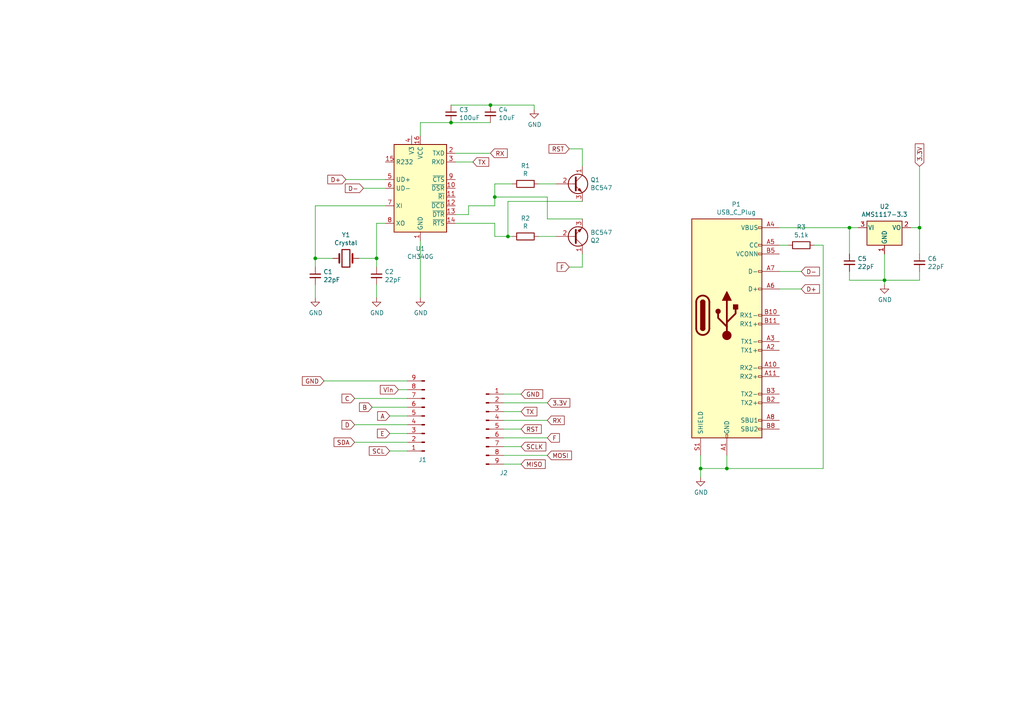
<source format=kicad_sch>
(kicad_sch (version 20211123) (generator eeschema)
  (paper "A4")
  (lib_symbols
    (symbol "Connector:Conn_01x09_Male" (pin_names (offset 1.016) hide)
      (property "Reference" "J" (at 0 12.7 0))
      (property "Value" "Conn_01x09_Male" (at 0 -12.7 0))
      (symbol "Conn_01x09_Male_1_1"
        (polyline (pts (xy 1.27 -10.16) (xy 0.8636 -10.16)) (stroke (width 0.1524)))
        (polyline (pts (xy 1.27 -7.62) (xy 0.8636 -7.62)) (stroke (width 0.1524)))
        (polyline (pts (xy 1.27 -5.08) (xy 0.8636 -5.08)) (stroke (width 0.1524)))
        (polyline (pts (xy 1.27 -2.54) (xy 0.8636 -2.54)) (stroke (width 0.1524)))
        (polyline (pts (xy 1.27 0) (xy 0.8636 0)) (stroke (width 0.1524)))
        (polyline (pts (xy 1.27 2.54) (xy 0.8636 2.54)) (stroke (width 0.1524)))
        (polyline (pts (xy 1.27 5.08) (xy 0.8636 5.08)) (stroke (width 0.1524)))
        (polyline (pts (xy 1.27 7.62) (xy 0.8636 7.62)) (stroke (width 0.1524)))
        (polyline (pts (xy 1.27 10.16) (xy 0.8636 10.16)) (stroke (width 0.1524)))
        (rectangle (start 0.8636 -10.033) (end 0 -10.287) (stroke (width 0.1524)) (fill (type outline)))
        (rectangle (start 0.8636 -7.493) (end 0 -7.747) (stroke (width 0.1524)) (fill (type outline)))
        (rectangle (start 0.8636 -4.953) (end 0 -5.207) (stroke (width 0.1524)) (fill (type outline)))
        (rectangle (start 0.8636 -2.413) (end 0 -2.667) (stroke (width 0.1524)) (fill (type outline)))
        (rectangle (start 0.8636 0.127) (end 0 -0.127) (stroke (width 0.1524)) (fill (type outline)))
        (rectangle (start 0.8636 2.667) (end 0 2.413) (stroke (width 0.1524)) (fill (type outline)))
        (rectangle (start 0.8636 5.207) (end 0 4.953) (stroke (width 0.1524)) (fill (type outline)))
        (rectangle (start 0.8636 7.747) (end 0 7.493) (stroke (width 0.1524)) (fill (type outline)))
        (rectangle (start 0.8636 10.287) (end 0 10.033) (stroke (width 0.1524)) (fill (type outline)))
        (pin passive line (at 5.08 10.16 180) (length 3.81) (name "Pin_1") (number "1"))
        (pin passive line (at 5.08 7.62 180) (length 3.81) (name "Pin_2") (number "2"))
        (pin passive line (at 5.08 5.08 180) (length 3.81) (name "Pin_3") (number "3"))
        (pin passive line (at 5.08 2.54 180) (length 3.81) (name "Pin_4") (number "4"))
        (pin passive line (at 5.08 0 180) (length 3.81) (name "Pin_5") (number "5"))
        (pin passive line (at 5.08 -2.54 180) (length 3.81) (name "Pin_6") (number "6"))
        (pin passive line (at 5.08 -5.08 180) (length 3.81) (name "Pin_7") (number "7"))
        (pin passive line (at 5.08 -7.62 180) (length 3.81) (name "Pin_8") (number "8"))
        (pin passive line (at 5.08 -10.16 180) (length 3.81) (name "Pin_9") (number "9"))
      )
    )
    (symbol "Connector:USB_C_Plug" (pin_names (offset 1.016))
      (property "Reference" "P" (at -10.16 29.21 0))
      (property "Value" "USB_C_Plug" (at 10.16 29.21 0))
      (symbol "USB_C_Plug_0_0"
        (rectangle (start -0.254 -35.56) (end 0.254 -34.544))
        (rectangle (start 10.16 -32.766) (end 9.144 -33.274))
        (rectangle (start 10.16 -30.226) (end 9.144 -30.734))
        (rectangle (start 10.16 -25.146) (end 9.144 -25.654))
        (rectangle (start 10.16 -22.606) (end 9.144 -23.114))
        (rectangle (start 10.16 -17.526) (end 9.144 -18.034))
        (rectangle (start 10.16 -14.986) (end 9.144 -15.494))
        (rectangle (start 10.16 -9.906) (end 9.144 -10.414))
        (rectangle (start 10.16 -7.366) (end 9.144 -7.874))
        (rectangle (start 10.16 -2.286) (end 9.144 -2.794))
        (rectangle (start 10.16 0.254) (end 9.144 -0.254))
        (rectangle (start 10.16 7.874) (end 9.144 7.366))
        (rectangle (start 10.16 12.954) (end 9.144 12.446))
        (rectangle (start 10.16 18.034) (end 9.144 17.526))
        (rectangle (start 10.16 20.574) (end 9.144 20.066))
        (rectangle (start 10.16 25.654) (end 9.144 25.146))
      )
      (symbol "USB_C_Plug_0_1"
        (rectangle (start -10.16 27.94) (end 10.16 -35.56) (stroke (width 0.254)) (fill (type background)))
        (arc (start -8.89 -3.81) (mid -6.985 -5.715) (end -5.08 -3.81) (stroke (width 0.508)))
        (arc (start -7.62 -3.81) (mid -6.985 -4.445) (end -6.35 -3.81) (stroke (width 0.254)))
        (arc (start -7.62 -3.81) (mid -6.985 -4.445) (end -6.35 -3.81) (stroke (width 0.254)) (fill (type outline)))
        (rectangle (start -7.62 -3.81) (end -6.35 3.81) (stroke (width 0.254)) (fill (type outline)))
        (arc (start -6.35 3.81) (mid -6.985 4.445) (end -7.62 3.81) (stroke (width 0.254)))
        (arc (start -6.35 3.81) (mid -6.985 4.445) (end -7.62 3.81) (stroke (width 0.254)) (fill (type outline)))
        (arc (start -5.08 3.81) (mid -6.985 5.715) (end -8.89 3.81) (stroke (width 0.508)))
        (polyline (pts (xy -8.89 -3.81) (xy -8.89 3.81)) (stroke (width 0.508)))
        (polyline (pts (xy -5.08 3.81) (xy -5.08 -3.81)) (stroke (width 0.508)))
      )
      (symbol "USB_C_Plug_1_1"
        (circle (center -2.54 1.143) (radius 0.635) (stroke (width 0.254)) (fill (type outline)))
        (circle (center 0 -5.842) (radius 1.27) (fill (type outline)))
        (polyline (pts (xy 0 -5.842) (xy 0 4.318)) (stroke (width 0.508)))
        (polyline (pts (xy 0 -3.302) (xy -2.54 -0.762) (xy -2.54 0.508)) (stroke (width 0.508)))
        (polyline (pts (xy 0 -2.032) (xy 2.54 0.508) (xy 2.54 1.778)) (stroke (width 0.508)))
        (polyline (pts (xy -1.27 4.318) (xy 0 6.858) (xy 1.27 4.318) (xy -1.27 4.318)) (stroke (width 0.254)) (fill (type outline)))
        (rectangle (start 1.905 1.778) (end 3.175 3.048) (stroke (width 0.254)) (fill (type outline)))
        (pin passive line (at 0 -40.64 90) (length 5.08) (name "GND") (number "A1"))
        (pin bidirectional line (at 15.24 -15.24 180) (length 5.08) (name "RX2-") (number "A10"))
        (pin bidirectional line (at 15.24 -17.78 180) (length 5.08) (name "RX2+") (number "A11"))
        (pin passive line (at 0 -40.64 90) (length 5.08) hide (name "GND") (number "A12"))
        (pin bidirectional line (at 15.24 -10.16 180) (length 5.08) (name "TX1+") (number "A2"))
        (pin bidirectional line (at 15.24 -7.62 180) (length 5.08) (name "TX1-") (number "A3"))
        (pin passive line (at 15.24 25.4 180) (length 5.08) (name "VBUS") (number "A4"))
        (pin bidirectional line (at 15.24 20.32 180) (length 5.08) (name "CC") (number "A5"))
        (pin bidirectional line (at 15.24 7.62 180) (length 5.08) (name "D+") (number "A6"))
        (pin bidirectional line (at 15.24 12.7 180) (length 5.08) (name "D-") (number "A7"))
        (pin bidirectional line (at 15.24 -30.48 180) (length 5.08) (name "SBU1") (number "A8"))
        (pin passive line (at 15.24 25.4 180) (length 5.08) hide (name "VBUS") (number "A9"))
        (pin passive line (at 0 -40.64 90) (length 5.08) hide (name "GND") (number "B1"))
        (pin bidirectional line (at 15.24 0 180) (length 5.08) (name "RX1-") (number "B10"))
        (pin bidirectional line (at 15.24 -2.54 180) (length 5.08) (name "RX1+") (number "B11"))
        (pin passive line (at 0 -40.64 90) (length 5.08) hide (name "GND") (number "B12"))
        (pin bidirectional line (at 15.24 -25.4 180) (length 5.08) (name "TX2+") (number "B2"))
        (pin bidirectional line (at 15.24 -22.86 180) (length 5.08) (name "TX2-") (number "B3"))
        (pin passive line (at 15.24 25.4 180) (length 5.08) hide (name "VBUS") (number "B4"))
        (pin bidirectional line (at 15.24 17.78 180) (length 5.08) (name "VCONN") (number "B5"))
        (pin bidirectional line (at 15.24 -33.02 180) (length 5.08) (name "SBU2") (number "B8"))
        (pin passive line (at 15.24 25.4 180) (length 5.08) hide (name "VBUS") (number "B9"))
        (pin passive line (at -7.62 -40.64 90) (length 5.08) (name "SHIELD") (number "S1"))
      )
    )
    (symbol "Device:C_Small" (pin_numbers hide) (pin_names (offset 0.254) hide)
      (property "Reference" "C" (at 0.254 1.778 0))
      (property "Value" "C_Small" (at 0.254 -2.032 0))
      (symbol "C_Small_0_1"
        (polyline (pts (xy -1.524 -0.508) (xy 1.524 -0.508)) (stroke (width 0.3302)))
        (polyline (pts (xy -1.524 0.508) (xy 1.524 0.508)) (stroke (width 0.3048)))
      )
      (symbol "C_Small_1_1"
        (pin passive line (at 0 2.54 270) (length 2.032) (name "~") (number "1"))
        (pin passive line (at 0 -2.54 90) (length 2.032) (name "~") (number "2"))
      )
    )
    (symbol "Device:Crystal" (pin_numbers hide) (pin_names (offset 1.016) hide)
      (property "Reference" "Y" (at 0 3.81 0))
      (property "Value" "Crystal" (at 0 -3.81 0))
      (symbol "Crystal_0_1"
        (rectangle (start -1.143 2.54) (end 1.143 -2.54) (stroke (width 0.3048)))
        (polyline (pts (xy -2.54 0) (xy -1.905 0)))
        (polyline (pts (xy -1.905 -1.27) (xy -1.905 1.27)) (stroke (width 0.508)))
        (polyline (pts (xy 1.905 -1.27) (xy 1.905 1.27)) (stroke (width 0.508)))
        (polyline (pts (xy 2.54 0) (xy 1.905 0)))
      )
      (symbol "Crystal_1_1"
        (pin passive line (at -3.81 0 0) (length 1.27) (name "1") (number "1"))
        (pin passive line (at 3.81 0 180) (length 1.27) (name "2") (number "2"))
      )
    )
    (symbol "Device:R" (pin_numbers hide) (pin_names (offset 0))
      (property "Reference" "R" (at 2.032 0 90))
      (property "Value" "R" (at 0 0 90))
      (symbol "R_0_1"
        (rectangle (start -1.016 -2.54) (end 1.016 2.54) (stroke (width 0.254)))
      )
      (symbol "R_1_1"
        (pin passive line (at 0 3.81 270) (length 1.27) (name "~") (number "1"))
        (pin passive line (at 0 -3.81 90) (length 1.27) (name "~") (number "2"))
      )
    )
    (symbol "Interface_USB:CH340G"
      (property "Reference" "U" (at -5.08 13.97 0))
      (property "Value" "CH340G" (at 1.27 13.97 0))
      (symbol "CH340G_0_1"
        (rectangle (start -7.62 12.7) (end 7.62 -12.7) (stroke (width 0.254)) (fill (type background)))
      )
      (symbol "CH340G_1_1"
        (pin power_in line (at 0 -15.24 90) (length 2.54) (name "GND") (number "1"))
        (pin input line (at 10.16 0 180) (length 2.54) (name "~{DSR}") (number "10"))
        (pin input line (at 10.16 -2.54 180) (length 2.54) (name "~{RI}") (number "11"))
        (pin input line (at 10.16 -5.08 180) (length 2.54) (name "~{DCD}") (number "12"))
        (pin output line (at 10.16 -7.62 180) (length 2.54) (name "~{DTR}") (number "13"))
        (pin output line (at 10.16 -10.16 180) (length 2.54) (name "~{RTS}") (number "14"))
        (pin input line (at -10.16 7.62 0) (length 2.54) (name "R232") (number "15"))
        (pin power_in line (at 0 15.24 270) (length 2.54) (name "VCC") (number "16"))
        (pin output line (at 10.16 10.16 180) (length 2.54) (name "TXD") (number "2"))
        (pin input line (at 10.16 7.62 180) (length 2.54) (name "RXD") (number "3"))
        (pin passive line (at -2.54 15.24 270) (length 2.54) (name "V3") (number "4"))
        (pin bidirectional line (at -10.16 2.54 0) (length 2.54) (name "UD+") (number "5"))
        (pin bidirectional line (at -10.16 0 0) (length 2.54) (name "UD-") (number "6"))
        (pin input line (at -10.16 -5.08 0) (length 2.54) (name "XI") (number "7"))
        (pin output line (at -10.16 -10.16 0) (length 2.54) (name "XO") (number "8"))
        (pin input line (at 10.16 2.54 180) (length 2.54) (name "~{CTS}") (number "9"))
      )
    )
    (symbol "Regulator_Linear:AMS1117-3.3" (pin_names (offset 0.254))
      (property "Reference" "U" (at -3.81 3.175 0))
      (property "Value" "AMS1117-3.3" (at 0 3.175 0))
      (symbol "AMS1117-3.3_0_1"
        (rectangle (start -5.08 -5.08) (end 5.08 1.905) (stroke (width 0.254)) (fill (type background)))
      )
      (symbol "AMS1117-3.3_1_1"
        (pin power_in line (at 0 -7.62 90) (length 2.54) (name "GND") (number "1"))
        (pin power_out line (at 7.62 0 180) (length 2.54) (name "VO") (number "2"))
        (pin power_in line (at -7.62 0 0) (length 2.54) (name "VI") (number "3"))
      )
    )
    (symbol "Transistor_BJT:BC547" (pin_names (offset 0) hide)
      (property "Reference" "Q" (at 5.08 1.905 0))
      (property "Value" "BC547" (at 5.08 0 0))
      (symbol "BC547_0_1"
        (polyline (pts (xy 0 0) (xy 0.635 0)))
        (polyline (pts (xy 0.635 0.635) (xy 2.54 2.54)))
        (polyline (pts (xy 0.635 -0.635) (xy 2.54 -2.54) (xy 2.54 -2.54)))
        (polyline (pts (xy 0.635 1.905) (xy 0.635 -1.905) (xy 0.635 -1.905)) (stroke (width 0.508)))
        (polyline (pts (xy 1.27 -1.778) (xy 1.778 -1.27) (xy 2.286 -2.286) (xy 1.27 -1.778) (xy 1.27 -1.778)) (fill (type outline)))
        (circle (center 1.27 0) (radius 2.8194) (stroke (width 0.254)))
      )
      (symbol "BC547_1_1"
        (pin passive line (at 2.54 5.08 270) (length 2.54) (name "C") (number "1"))
        (pin input line (at -5.08 0 0) (length 5.08) (name "B") (number "2"))
        (pin passive line (at 2.54 -5.08 90) (length 2.54) (name "E") (number "3"))
      )
    )
    (symbol "power:GND" (power) (pin_names (offset 0))
      (property "Value" "GND" (at 0 -3.81 0))
      (symbol "GND_0_1"
        (polyline (pts (xy 0 0) (xy 0 -1.27) (xy 1.27 -1.27) (xy 0 -2.54) (xy -1.27 -1.27) (xy 0 -1.27)))
      )
      (symbol "GND_1_1"
        (pin power_in line (at 0 0 270) (length 0) hide (name "GND") (number "1"))
      )
    )
  )
  (junction (at 91.44 74.93))
  (junction (at 266.7 66.04))
  (junction (at 246.38 66.04))
  (junction (at 142.24 30.48))
  (junction (at 210.82 135.89))
  (junction (at 109.22 74.93))
  (junction (at 130.81 35.56))
  (junction (at 256.54 81.28))
  (junction (at 203.2 135.89))
  (junction (at 143.51 57.15))
  (junction (at 147.32 68.58))
  (wire (pts (xy 130.81 35.56) (xy 142.24 35.56)))
  (wire (pts (xy 143.51 57.15) (xy 158.75 57.15)))
  (wire (pts (xy 151.13 129.54) (xy 146.05 129.54)))
  (wire (pts (xy 147.32 58.42) (xy 147.32 68.58)))
  (wire (pts (xy 158.75 63.5) (xy 168.91 63.5)))
  (wire (pts (xy 151.13 134.62) (xy 146.05 134.62)))
  (wire (pts (xy 137.16 46.99) (xy 132.08 46.99)))
  (wire (pts (xy 151.13 114.3) (xy 146.05 114.3)))
  (wire (pts (xy 203.2 132.08) (xy 203.2 135.89)))
  (wire (pts (xy 226.06 83.82) (xy 232.41 83.82)))
  (wire (pts (xy 96.52 74.93) (xy 91.44 74.93)))
  (wire (pts (xy 151.13 124.46) (xy 146.05 124.46)))
  (wire (pts (xy 158.75 132.08) (xy 146.05 132.08)))
  (wire (pts (xy 266.7 66.04) (xy 266.7 48.26)))
  (wire (pts (xy 168.91 48.26) (xy 168.91 43.18)))
  (wire (pts (xy 168.91 73.66) (xy 168.91 77.47)))
  (wire (pts (xy 256.54 73.66) (xy 256.54 81.28)))
  (wire (pts (xy 203.2 135.89) (xy 203.2 138.43)))
  (wire (pts (xy 91.44 59.69) (xy 91.44 74.93)))
  (wire (pts (xy 118.11 130.81) (xy 113.03 130.81)))
  (wire (pts (xy 121.92 35.56) (xy 130.81 35.56)))
  (wire (pts (xy 118.11 125.73) (xy 113.03 125.73)))
  (wire (pts (xy 143.51 64.77) (xy 143.51 68.58)))
  (wire (pts (xy 135.89 59.69) (xy 135.89 62.23)))
  (wire (pts (xy 111.76 54.61) (xy 105.41 54.61)))
  (wire (pts (xy 238.76 71.12) (xy 238.76 135.89)))
  (wire (pts (xy 143.51 53.34) (xy 143.51 57.15)))
  (wire (pts (xy 236.22 71.12) (xy 238.76 71.12)))
  (wire (pts (xy 118.11 123.19) (xy 102.87 123.19)))
  (wire (pts (xy 154.94 31.75) (xy 154.94 30.48)))
  (wire (pts (xy 111.76 52.07) (xy 100.33 52.07)))
  (wire (pts (xy 246.38 73.66) (xy 246.38 66.04)))
  (wire (pts (xy 143.51 57.15) (xy 143.51 59.69)))
  (wire (pts (xy 151.13 119.38) (xy 146.05 119.38)))
  (wire (pts (xy 210.82 132.08) (xy 210.82 135.89)))
  (wire (pts (xy 158.75 121.92) (xy 146.05 121.92)))
  (wire (pts (xy 135.89 62.23) (xy 132.08 62.23)))
  (wire (pts (xy 121.92 39.37) (xy 121.92 35.56)))
  (wire (pts (xy 168.91 43.18) (xy 165.1 43.18)))
  (wire (pts (xy 256.54 81.28) (xy 256.54 82.55)))
  (wire (pts (xy 121.92 69.85) (xy 121.92 86.36)))
  (wire (pts (xy 104.14 74.93) (xy 109.22 74.93)))
  (wire (pts (xy 118.11 110.49) (xy 93.98 110.49)))
  (wire (pts (xy 148.59 53.34) (xy 143.51 53.34)))
  (wire (pts (xy 266.7 81.28) (xy 266.7 78.74)))
  (wire (pts (xy 118.11 118.11) (xy 107.95 118.11)))
  (wire (pts (xy 91.44 82.55) (xy 91.44 86.36)))
  (wire (pts (xy 168.91 58.42) (xy 147.32 58.42)))
  (wire (pts (xy 246.38 78.74) (xy 246.38 81.28)))
  (wire (pts (xy 132.08 64.77) (xy 143.51 64.77)))
  (wire (pts (xy 109.22 82.55) (xy 109.22 86.36)))
  (wire (pts (xy 111.76 59.69) (xy 91.44 59.69)))
  (wire (pts (xy 111.76 64.77) (xy 109.22 64.77)))
  (wire (pts (xy 118.11 128.27) (xy 102.87 128.27)))
  (wire (pts (xy 147.32 68.58) (xy 143.51 68.58)))
  (wire (pts (xy 256.54 81.28) (xy 266.7 81.28)))
  (wire (pts (xy 118.11 115.57) (xy 102.87 115.57)))
  (wire (pts (xy 154.94 30.48) (xy 142.24 30.48)))
  (wire (pts (xy 156.21 53.34) (xy 161.29 53.34)))
  (wire (pts (xy 266.7 66.04) (xy 266.7 73.66)))
  (wire (pts (xy 226.06 71.12) (xy 228.6 71.12)))
  (wire (pts (xy 130.81 30.48) (xy 142.24 30.48)))
  (wire (pts (xy 109.22 64.77) (xy 109.22 74.93)))
  (wire (pts (xy 156.21 68.58) (xy 161.29 68.58)))
  (wire (pts (xy 158.75 127) (xy 146.05 127)))
  (wire (pts (xy 158.75 116.84) (xy 146.05 116.84)))
  (wire (pts (xy 142.24 44.45) (xy 132.08 44.45)))
  (wire (pts (xy 238.76 135.89) (xy 210.82 135.89)))
  (wire (pts (xy 168.91 77.47) (xy 165.1 77.47)))
  (wire (pts (xy 148.59 68.58) (xy 147.32 68.58)))
  (wire (pts (xy 118.11 120.65) (xy 113.03 120.65)))
  (wire (pts (xy 246.38 81.28) (xy 256.54 81.28)))
  (wire (pts (xy 109.22 74.93) (xy 109.22 77.47)))
  (wire (pts (xy 210.82 135.89) (xy 203.2 135.89)))
  (wire (pts (xy 158.75 57.15) (xy 158.75 63.5)))
  (wire (pts (xy 118.11 113.03) (xy 115.57 113.03)))
  (wire (pts (xy 246.38 66.04) (xy 248.92 66.04)))
  (wire (pts (xy 226.06 78.74) (xy 232.41 78.74)))
  (wire (pts (xy 91.44 74.93) (xy 91.44 77.47)))
  (wire (pts (xy 226.06 66.04) (xy 246.38 66.04)))
  (wire (pts (xy 264.16 66.04) (xy 266.7 66.04)))
  (wire (pts (xy 143.51 59.69) (xy 135.89 59.69)))
  (global_label "D" (shape input) (at 102.87 123.19 180) (property "Intersheet References" "${INTERSHEET_REFS}" (effects hide)))
  (global_label "RST" (shape input) (at 151.13 124.46 0) (property "Intersheet References" "${INTERSHEET_REFS}" (effects hide)))
  (global_label "RST" (shape input) (at 165.1 43.18 180) (property "Intersheet References" "${INTERSHEET_REFS}" (effects hide)))
  (global_label "RX" (shape input) (at 142.24 44.45 0) (property "Intersheet References" "${INTERSHEET_REFS}" (effects hide)))
  (global_label "SCLK" (shape input) (at 151.13 129.54 0) (property "Intersheet References" "${INTERSHEET_REFS}" (effects hide)))
  (global_label "A" (shape input) (at 113.03 120.65 180) (property "Intersheet References" "${INTERSHEET_REFS}" (effects hide)))
  (global_label "E" (shape input) (at 113.03 125.73 180) (property "Intersheet References" "${INTERSHEET_REFS}" (effects hide)))
  (global_label "F" (shape input) (at 165.1 77.47 180) (property "Intersheet References" "${INTERSHEET_REFS}" (effects hide)))
  (global_label "D+" (shape input) (at 100.33 52.07 180) (property "Intersheet References" "${INTERSHEET_REFS}" (effects hide)))
  (global_label "B" (shape input) (at 107.95 118.11 180) (property "Intersheet References" "${INTERSHEET_REFS}" (effects hide)))
  (global_label "MISO" (shape input) (at 151.13 134.62 0) (property "Intersheet References" "${INTERSHEET_REFS}" (effects hide)))
  (global_label "C" (shape input) (at 102.87 115.57 180) (property "Intersheet References" "${INTERSHEET_REFS}" (effects hide)))
  (global_label "SCL" (shape input) (at 113.03 130.81 180) (property "Intersheet References" "${INTERSHEET_REFS}" (effects hide)))
  (global_label "GND" (shape input) (at 93.98 110.49 180) (property "Intersheet References" "${INTERSHEET_REFS}" (effects hide)))
  (global_label "F" (shape input) (at 158.75 127 0) (property "Intersheet References" "${INTERSHEET_REFS}" (effects hide)))
  (global_label "3.3V" (shape input) (at 266.7 48.26 90) (property "Intersheet References" "${INTERSHEET_REFS}" (effects hide)))
  (global_label "TX" (shape input) (at 151.13 119.38 0) (property "Intersheet References" "${INTERSHEET_REFS}" (effects hide)))
  (global_label "3.3V" (shape input) (at 158.75 116.84 0) (property "Intersheet References" "${INTERSHEET_REFS}" (effects hide)))
  (global_label "D-" (shape input) (at 232.41 78.74 0) (property "Intersheet References" "${INTERSHEET_REFS}" (effects hide)))
  (global_label "GND" (shape input) (at 151.13 114.3 0) (property "Intersheet References" "${INTERSHEET_REFS}" (effects hide)))
  (global_label "TX" (shape input) (at 137.16 46.99 0) (property "Intersheet References" "${INTERSHEET_REFS}" (effects hide)))
  (global_label "Vin" (shape input) (at 115.57 113.03 180) (property "Intersheet References" "${INTERSHEET_REFS}" (effects hide)))
  (global_label "MOSI" (shape input) (at 158.75 132.08 0) (property "Intersheet References" "${INTERSHEET_REFS}" (effects hide)))
  (global_label "SDA" (shape input) (at 102.87 128.27 180) (property "Intersheet References" "${INTERSHEET_REFS}" (effects hide)))
  (global_label "D+" (shape input) (at 232.41 83.82 0) (property "Intersheet References" "${INTERSHEET_REFS}" (effects hide)))
  (global_label "D-" (shape input) (at 105.41 54.61 180) (property "Intersheet References" "${INTERSHEET_REFS}" (effects hide)))
  (global_label "RX" (shape input) (at 158.75 121.92 0) (property "Intersheet References" "${INTERSHEET_REFS}" (effects hide)))
  (symbol (lib_id "power:GND") (at 154.94 31.75 0) (unit 1)
    (property "Reference" "#PWR0103" (effects hide))
    (property "Value" "GND" (at 155.067 36.1442 0))
  )
  (symbol (lib_id "Device:Crystal") (at 100.33 74.93 0) (unit 1)
    (property "Reference" "Y1" (at 100.33 68.1228 0))
    (property "Value" "Crystal" (at 100.33 70.4342 0))
    (property "Footprint" "Suat:2pincrystal" (effects hide))
  )
  (symbol (lib_id "power:GND") (at 256.54 82.55 0) (unit 1)
    (property "Reference" "#PWR0101" (effects hide))
    (property "Value" "GND" (at 256.667 86.9442 0))
  )
  (symbol (lib_id "power:GND") (at 109.22 86.36 0) (unit 1)
    (property "Reference" "#PWR0106" (effects hide))
    (property "Value" "GND" (at 109.347 90.7542 0))
  )
  (symbol (lib_id "Device:C_Small") (at 266.7 76.2 0) (unit 1)
    (property "Reference" "C6" (at 269.0368 75.0316 0) (effects (justify left)))
    (property "Value" "22pF" (at 269.0368 77.343 0) (effects (justify left)))
    (property "Footprint" "Capacitor_SMD:C_1206_3216Metric_Pad1.33x1.80mm_HandSolder" (effects hide))
  )
  (symbol (lib_id "Connector:Conn_01x09_Male") (at 123.19 120.65 180) (unit 1)
    (property "Reference" "J1" (at 122.555 133.35 0))
    (property "Value" "Conn_01x08_Male" (effects hide))
    (property "Footprint" "Connector_PinHeader_2.54mm:PinHeader_1x09_P2.54mm_Vertical" (effects hide))
  )
  (symbol (lib_id "Regulator_Linear:AMS1117-3.3") (at 256.54 66.04 0) (unit 1)
    (property "Reference" "U2" (at 256.54 59.8932 0))
    (property "Value" "AMS1117-3.3" (at 256.54 62.2046 0))
    (property "Footprint" "Package_TO_SOT_SMD:SOT-223-3_TabPin2" (effects hide))
    (property "Datasheet" "http://www.advanced-monolithic.com/pdf/ds1117.pdf" (effects hide))
  )
  (symbol (lib_id "power:GND") (at 121.92 86.36 0) (unit 1)
    (property "Reference" "#PWR0104" (effects hide))
    (property "Value" "GND" (at 122.047 90.7542 0))
  )
  (symbol (lib_id "Transistor_BJT:BC547") (at 166.37 68.58 0) (mirror x) (unit 1)
    (property "Reference" "Q2" (at 171.2214 69.7484 0) (effects (justify left)))
    (property "Value" "BC547" (at 171.2214 67.437 0) (effects (justify left)))
    (property "Footprint" "Package_TO_SOT_SMD:SOT-23W" (effects hide))
    (property "Datasheet" "https://www.onsemi.com/pub/Collateral/BC550-D.pdf" (effects hide))
  )
  (symbol (lib_id "Interface_USB:CH340G") (at 121.92 54.61 0) (unit 1)
    (property "Reference" "U1" (at 121.92 72.1106 0))
    (property "Value" "CH340G" (at 121.92 74.422 0))
    (property "Footprint" "Package_SO:SOIC-16_3.9x9.9mm_P1.27mm" (effects hide))
    (property "Datasheet" "http://www.datasheet5.com/pdf-local-2195953" (effects hide))
  )
  (symbol (lib_id "Connector:Conn_01x09_Male") (at 140.97 124.46 0) (unit 1)
    (property "Reference" "J2" (at 147.32 137.16 0) (effects (justify right)))
    (property "Value" "Conn_01x08_Male" (effects hide))
    (property "Footprint" "Connector_PinHeader_2.54mm:PinHeader_1x09_P2.54mm_Vertical" (effects hide))
  )
  (symbol (lib_id "power:GND") (at 91.44 86.36 0) (unit 1)
    (property "Reference" "#PWR0105" (effects hide))
    (property "Value" "GND" (at 91.567 90.7542 0))
  )
  (symbol (lib_id "Device:R") (at 152.4 68.58 270) (unit 1)
    (property "Reference" "R2" (at 152.4 63.3222 90))
    (property "Value" "R" (at 152.4 65.6336 90))
    (property "Footprint" "Resistor_SMD:R_1206_3216Metric_Pad1.30x1.75mm_HandSolder" (effects hide))
  )
  (symbol (lib_id "Device:C_Small") (at 130.81 33.02 0) (unit 1)
    (property "Reference" "C3" (at 133.1468 31.8516 0) (effects (justify left)))
    (property "Value" "100uF" (at 133.1468 34.163 0) (effects (justify left)))
    (property "Footprint" "Capacitor_SMD:C_1206_3216Metric_Pad1.33x1.80mm_HandSolder" (effects hide))
  )
  (symbol (lib_id "Device:C_Small") (at 142.24 33.02 0) (unit 1)
    (property "Reference" "C4" (at 144.5768 31.8516 0) (effects (justify left)))
    (property "Value" "10uF" (at 144.5768 34.163 0) (effects (justify left)))
    (property "Footprint" "Capacitor_SMD:C_1206_3216Metric_Pad1.33x1.80mm_HandSolder" (effects hide))
  )
  (symbol (lib_id "power:GND") (at 203.2 138.43 0) (unit 1)
    (property "Reference" "#PWR0102" (effects hide))
    (property "Value" "GND" (at 203.327 142.8242 0))
  )
  (symbol (lib_id "Device:R") (at 232.41 71.12 270) (unit 1)
    (property "Reference" "R3" (at 232.41 65.8622 90))
    (property "Value" "5.1k" (at 232.41 68.1736 90))
    (property "Footprint" "Resistor_SMD:R_1206_3216Metric_Pad1.30x1.75mm_HandSolder" (effects hide))
  )
  (symbol (lib_id "Device:R") (at 152.4 53.34 270) (unit 1)
    (property "Reference" "R1" (at 152.4 48.0822 90))
    (property "Value" "R" (at 152.4 50.3936 90))
    (property "Footprint" "Resistor_SMD:R_1206_3216Metric_Pad1.30x1.75mm_HandSolder" (effects hide))
  )
  (symbol (lib_id "Device:C_Small") (at 91.44 80.01 0) (unit 1)
    (property "Reference" "C1" (at 93.7768 78.8416 0) (effects (justify left)))
    (property "Value" "22pF" (at 93.7768 81.153 0) (effects (justify left)))
    (property "Footprint" "Capacitor_SMD:C_1206_3216Metric_Pad1.33x1.80mm_HandSolder" (effects hide))
  )
  (symbol (lib_id "Transistor_BJT:BC547") (at 166.37 53.34 0) (unit 1)
    (property "Reference" "Q1" (at 171.2214 52.1716 0) (effects (justify left)))
    (property "Value" "BC547" (at 171.2214 54.483 0) (effects (justify left)))
    (property "Footprint" "Package_TO_SOT_SMD:SOT-23W" (effects hide))
    (property "Datasheet" "https://www.onsemi.com/pub/Collateral/BC550-D.pdf" (effects hide))
  )
  (symbol (lib_id "Device:C_Small") (at 246.38 76.2 0) (unit 1)
    (property "Reference" "C5" (at 248.7168 75.0316 0) (effects (justify left)))
    (property "Value" "22pF" (at 248.7168 77.343 0) (effects (justify left)))
    (property "Footprint" "Capacitor_SMD:C_1206_3216Metric_Pad1.33x1.80mm_HandSolder" (effects hide))
  )
  (symbol (lib_id "Device:C_Small") (at 109.22 80.01 0) (unit 1)
    (property "Reference" "C2" (at 111.5568 78.8416 0) (effects (justify left)))
    (property "Value" "22pF" (at 111.5568 81.153 0) (effects (justify left)))
    (property "Footprint" "Capacitor_SMD:C_1206_3216Metric_Pad1.33x1.80mm_HandSolder" (effects hide))
  )
  (symbol (lib_id "Connector:USB_C_Plug") (at 210.82 91.44 0) (unit 1)
    (property "Reference" "P1" (at 213.5378 59.2582 0))
    (property "Value" "USB_C_Plug" (at 213.5378 61.5696 0))
    (property "Footprint" "Connector_USB:USB_C_Receptacle_HRO_TYPE-C-31-M-12" (effects hide))
    (property "Datasheet" "https://www.usb.org/sites/default/files/documents/usb_type-c.zip" (effects hide))
  )
)
</source>
